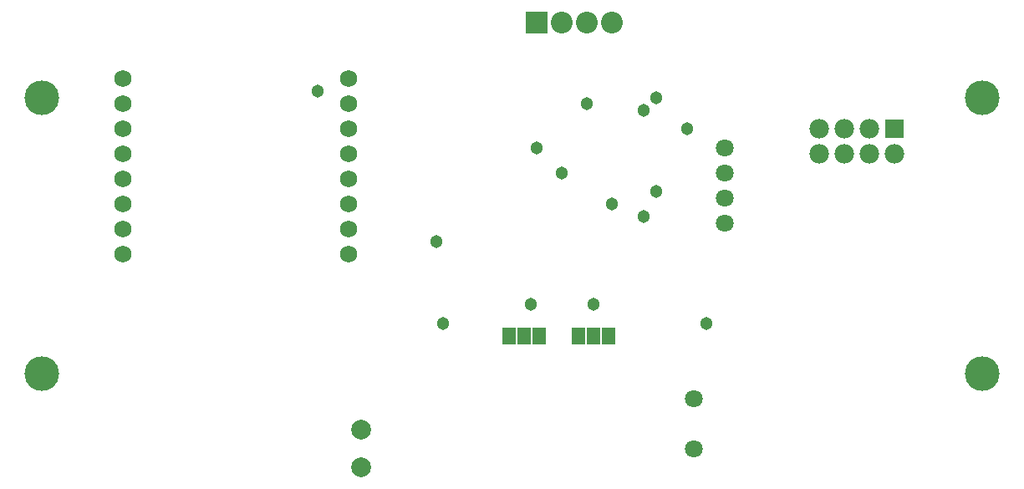
<source format=gbs>
G75*
%MOIN*%
%OFA0B0*%
%FSLAX25Y25*%
%IPPOS*%
%LPD*%
%AMOC8*
5,1,8,0,0,1.08239X$1,22.5*
%
%ADD10C,0.13792*%
%ADD11R,0.07800X0.07800*%
%ADD12C,0.07800*%
%ADD13R,0.08674X0.08674*%
%ADD14C,0.08674*%
%ADD15C,0.07099*%
%ADD16R,0.05400X0.07100*%
%ADD17C,0.06800*%
%ADD18C,0.07885*%
%ADD19C,0.05131*%
D10*
X0019287Y0086250D03*
X0019287Y0196250D03*
X0394287Y0196250D03*
X0394287Y0086250D03*
D11*
X0359287Y0183750D03*
D12*
X0349287Y0183750D03*
X0339287Y0183750D03*
X0329287Y0183750D03*
X0329287Y0173750D03*
X0339287Y0173750D03*
X0349287Y0173750D03*
X0359287Y0173750D03*
D13*
X0216787Y0226250D03*
D14*
X0226787Y0226250D03*
X0236787Y0226250D03*
X0246787Y0226250D03*
D15*
X0291787Y0176250D03*
X0291787Y0166250D03*
X0291787Y0156250D03*
X0291787Y0146250D03*
X0279287Y0076250D03*
X0279287Y0056250D03*
D16*
X0245287Y0101250D03*
X0239287Y0101250D03*
X0233287Y0101250D03*
X0217787Y0101250D03*
X0211787Y0101250D03*
X0205787Y0101250D03*
D17*
X0141787Y0133750D03*
X0141787Y0143750D03*
X0141787Y0153750D03*
X0141787Y0163750D03*
X0141787Y0173750D03*
X0141787Y0183750D03*
X0141787Y0193750D03*
X0141787Y0203750D03*
X0051787Y0203750D03*
X0051787Y0193750D03*
X0051787Y0183750D03*
X0051787Y0173750D03*
X0051787Y0163750D03*
X0051787Y0153750D03*
X0051787Y0143750D03*
X0051787Y0133750D03*
D18*
X0146787Y0063750D03*
X0146787Y0048750D03*
D19*
X0179287Y0106250D03*
X0214287Y0113750D03*
X0239287Y0113750D03*
X0284287Y0106250D03*
X0259287Y0148750D03*
X0246787Y0153750D03*
X0264287Y0158750D03*
X0226787Y0166250D03*
X0216787Y0176250D03*
X0236787Y0193750D03*
X0259287Y0191250D03*
X0264287Y0196250D03*
X0276787Y0183750D03*
X0176787Y0138750D03*
X0129287Y0198750D03*
M02*

</source>
